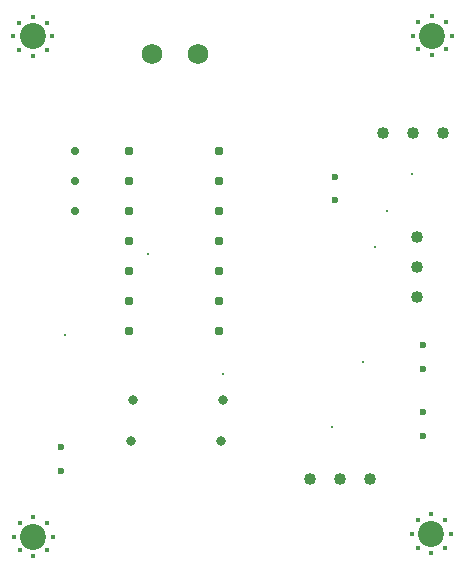
<source format=gbr>
%TF.GenerationSoftware,KiCad,Pcbnew,9.0.6*%
%TF.CreationDate,2026-01-22T12:38:03+05:30*%
%TF.ProjectId,Muscle sensor,4d757363-6c65-4207-9365-6e736f722e6b,rev?*%
%TF.SameCoordinates,Original*%
%TF.FileFunction,Plated,1,2,PTH,Drill*%
%TF.FilePolarity,Positive*%
%FSLAX46Y46*%
G04 Gerber Fmt 4.6, Leading zero omitted, Abs format (unit mm)*
G04 Created by KiCad (PCBNEW 9.0.6) date 2026-01-22 12:38:03*
%MOMM*%
%LPD*%
G01*
G04 APERTURE LIST*
%TA.AperFunction,ViaDrill*%
%ADD10C,0.300000*%
%TD*%
%TA.AperFunction,ComponentDrill*%
%ADD11C,0.400000*%
%TD*%
%TA.AperFunction,ComponentDrill*%
%ADD12C,0.600000*%
%TD*%
%TA.AperFunction,ComponentDrill*%
%ADD13C,0.710000*%
%TD*%
%TA.AperFunction,ComponentDrill*%
%ADD14C,0.787400*%
%TD*%
%TA.AperFunction,ComponentDrill*%
%ADD15C,0.800000*%
%TD*%
%TA.AperFunction,ComponentDrill*%
%ADD16C,1.020000*%
%TD*%
%TA.AperFunction,ComponentDrill*%
%ADD17C,1.750000*%
%TD*%
%TA.AperFunction,ComponentDrill*%
%ADD18C,2.200000*%
%TD*%
G04 APERTURE END LIST*
D10*
X145690000Y-87120000D03*
X152670000Y-80250000D03*
X159070000Y-90480000D03*
X168310000Y-94940000D03*
X170880000Y-89450000D03*
X171920000Y-79710000D03*
X172950000Y-76680000D03*
X175050000Y-73520000D03*
D11*
%TO.C,H1*%
X141310000Y-61860000D03*
%TO.C,H2*%
X141340000Y-104210000D03*
%TO.C,H1*%
X141793274Y-60693274D03*
X141793274Y-63026726D03*
%TO.C,H2*%
X141823274Y-103043274D03*
X141823274Y-105376726D03*
%TO.C,H1*%
X142960000Y-60210000D03*
X142960000Y-63510000D03*
%TO.C,H2*%
X142990000Y-102560000D03*
X142990000Y-105860000D03*
%TO.C,H1*%
X144126726Y-60693274D03*
X144126726Y-63026726D03*
%TO.C,H2*%
X144156726Y-103043274D03*
X144156726Y-105376726D03*
%TO.C,H1*%
X144610000Y-61860000D03*
%TO.C,H2*%
X144640000Y-104210000D03*
%TO.C,H4*%
X175053274Y-103993274D03*
%TO.C,H3*%
X175113274Y-61796726D03*
%TO.C,H4*%
X175536548Y-102826548D03*
X175536548Y-105160000D03*
%TO.C,H3*%
X175596548Y-60630000D03*
X175596548Y-62963452D03*
%TO.C,H4*%
X176703274Y-102343274D03*
X176703274Y-105643274D03*
%TO.C,H3*%
X176763274Y-60146726D03*
X176763274Y-63446726D03*
%TO.C,H4*%
X177870000Y-102826548D03*
X177870000Y-105160000D03*
%TO.C,H3*%
X177930000Y-60630000D03*
X177930000Y-62963452D03*
%TO.C,H4*%
X178353274Y-103993274D03*
%TO.C,H3*%
X178413274Y-61796726D03*
D12*
%TO.C,C3*%
X145330000Y-96620000D03*
X145330000Y-98620000D03*
%TO.C,C4*%
X168560000Y-73730000D03*
X168560000Y-75730000D03*
%TO.C,C1*%
X175950000Y-88010000D03*
X175950000Y-90010000D03*
%TO.C,C2*%
X176020000Y-93680000D03*
X176020000Y-95680000D03*
D13*
%TO.C,VR1*%
X146550000Y-71580000D03*
X146550000Y-74120000D03*
X146550000Y-76660000D03*
D14*
%TO.C,U2*%
X151090000Y-71590000D03*
X151090000Y-74130000D03*
X151090000Y-76670000D03*
X151090000Y-79210000D03*
X151090000Y-81750000D03*
X151090000Y-84290000D03*
X151090000Y-86830000D03*
X158710000Y-71590000D03*
X158710000Y-74130000D03*
X158710000Y-76670000D03*
X158710000Y-79210000D03*
X158710000Y-81750000D03*
X158710000Y-84290000D03*
X158710000Y-86830000D03*
D15*
%TO.C,D2*%
X151290000Y-96110000D03*
%TO.C,D1*%
X151420000Y-92660000D03*
%TO.C,D2*%
X158910000Y-96110000D03*
%TO.C,D1*%
X159040000Y-92660000D03*
D16*
%TO.C,J3*%
X166460000Y-99360000D03*
X169000000Y-99360000D03*
X171540000Y-99360000D03*
%TO.C,J4*%
X172630000Y-70070000D03*
X175170000Y-70070000D03*
%TO.C,J2*%
X175500000Y-78860000D03*
X175500000Y-81400000D03*
X175500000Y-83940000D03*
%TO.C,J4*%
X177710000Y-70070000D03*
D17*
%TO.C,J1*%
X153072500Y-63320000D03*
X156952500Y-63320000D03*
D18*
%TO.C,H1*%
X142960000Y-61860000D03*
%TO.C,H2*%
X142990000Y-104210000D03*
%TO.C,H4*%
X176703274Y-103993274D03*
%TO.C,H3*%
X176763274Y-61796726D03*
M02*

</source>
